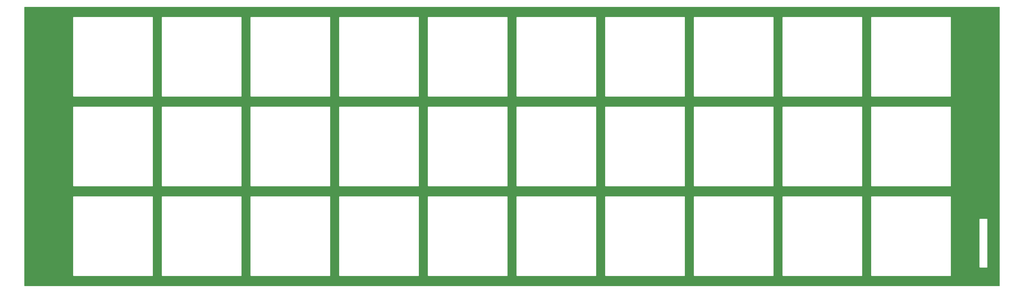
<source format=gtl>
G04 Layer: TopLayer*
G04 EasyEDA v6.5.34, 2023-08-21 18:11:39*
G04 81c3e6301e7a49a49ac37a2379715e3f,5a6b42c53f6a479593ecc07194224c93,10*
G04 Gerber Generator version 0.2*
G04 Scale: 100 percent, Rotated: No, Reflected: No *
G04 Dimensions in millimeters *
G04 leading zeros omitted , absolute positions ,4 integer and 5 decimal *
%FSLAX45Y45*%
%MOMM*%

%ADD10C,3.0000*%

%LPD*%
G36*
X2068068Y279908D02*
G01*
X2064156Y280670D01*
X2060854Y282905D01*
X2058670Y286156D01*
X2057907Y290068D01*
X2057907Y12917881D01*
X2058670Y12921792D01*
X2060854Y12925094D01*
X2064156Y12927279D01*
X2068068Y12928041D01*
X46191830Y12928041D01*
X46195742Y12927279D01*
X46199044Y12925094D01*
X46201228Y12921792D01*
X46201990Y12917881D01*
X46201990Y290068D01*
X46201228Y286156D01*
X46199044Y282905D01*
X46195742Y280670D01*
X46191830Y279908D01*
G37*

%LPC*%
G36*
X24359158Y8864092D02*
G01*
X27914041Y8864092D01*
X27920340Y8864803D01*
X27925826Y8866733D01*
X27930703Y8869781D01*
X27934818Y8873896D01*
X27937866Y8878773D01*
X27939796Y8884259D01*
X27940508Y8890558D01*
X27940508Y12445441D01*
X27939796Y12451740D01*
X27937866Y12457226D01*
X27934818Y12462103D01*
X27930703Y12466218D01*
X27925826Y12469266D01*
X27920340Y12471196D01*
X27914041Y12471908D01*
X24359158Y12471908D01*
X24352859Y12471196D01*
X24347373Y12469266D01*
X24342496Y12466218D01*
X24338381Y12462103D01*
X24335333Y12457226D01*
X24333403Y12451740D01*
X24332692Y12445441D01*
X24332692Y8890558D01*
X24333403Y8884259D01*
X24335333Y8878773D01*
X24338381Y8873896D01*
X24342496Y8869781D01*
X24347373Y8866733D01*
X24352859Y8864803D01*
G37*
G36*
X24359158Y736092D02*
G01*
X27914041Y736092D01*
X27920340Y736803D01*
X27925826Y738733D01*
X27930703Y741781D01*
X27934818Y745896D01*
X27937866Y750773D01*
X27939796Y756259D01*
X27940508Y762558D01*
X27940508Y4317441D01*
X27939796Y4323740D01*
X27937866Y4329226D01*
X27934818Y4334103D01*
X27930703Y4338218D01*
X27925826Y4341266D01*
X27920340Y4343196D01*
X27914041Y4343908D01*
X24359158Y4343908D01*
X24352859Y4343196D01*
X24347373Y4341266D01*
X24342496Y4338218D01*
X24338381Y4334103D01*
X24335333Y4329226D01*
X24333403Y4323740D01*
X24332692Y4317441D01*
X24332692Y762558D01*
X24333403Y756259D01*
X24335333Y750773D01*
X24338381Y745896D01*
X24342496Y741781D01*
X24347373Y738733D01*
X24352859Y736803D01*
G37*
G36*
X16332758Y736092D02*
G01*
X19887641Y736092D01*
X19893940Y736803D01*
X19899426Y738733D01*
X19904303Y741781D01*
X19908418Y745896D01*
X19911466Y750773D01*
X19913396Y756259D01*
X19914108Y762558D01*
X19914108Y4317441D01*
X19913396Y4323740D01*
X19911466Y4329226D01*
X19908418Y4334103D01*
X19904303Y4338218D01*
X19899426Y4341266D01*
X19893940Y4343196D01*
X19887641Y4343908D01*
X16332758Y4343908D01*
X16326459Y4343196D01*
X16320973Y4341266D01*
X16316096Y4338218D01*
X16311981Y4334103D01*
X16308933Y4329226D01*
X16307003Y4323740D01*
X16306292Y4317441D01*
X16306292Y762558D01*
X16307003Y756259D01*
X16308933Y750773D01*
X16311981Y745896D01*
X16316096Y741781D01*
X16320973Y738733D01*
X16326459Y736803D01*
G37*
G36*
X28372358Y736092D02*
G01*
X31927241Y736092D01*
X31933540Y736803D01*
X31939026Y738733D01*
X31943903Y741781D01*
X31948018Y745896D01*
X31951066Y750773D01*
X31952996Y756259D01*
X31953708Y762558D01*
X31953708Y4317441D01*
X31952996Y4323740D01*
X31951066Y4329226D01*
X31948018Y4334103D01*
X31943903Y4338218D01*
X31939026Y4341266D01*
X31933540Y4343196D01*
X31927241Y4343908D01*
X28372358Y4343908D01*
X28366059Y4343196D01*
X28360573Y4341266D01*
X28355696Y4338218D01*
X28351581Y4334103D01*
X28348533Y4329226D01*
X28346603Y4323740D01*
X28345892Y4317441D01*
X28345892Y762558D01*
X28346603Y756259D01*
X28348533Y750773D01*
X28351581Y745896D01*
X28355696Y741781D01*
X28360573Y738733D01*
X28366059Y736803D01*
G37*
G36*
X12319558Y736092D02*
G01*
X15874441Y736092D01*
X15880740Y736803D01*
X15886226Y738733D01*
X15891103Y741781D01*
X15895218Y745896D01*
X15898266Y750773D01*
X15900196Y756259D01*
X15900907Y762558D01*
X15900907Y4317441D01*
X15900196Y4323740D01*
X15898266Y4329226D01*
X15895218Y4334103D01*
X15891103Y4338218D01*
X15886226Y4341266D01*
X15880740Y4343196D01*
X15874441Y4343908D01*
X12319558Y4343908D01*
X12313259Y4343196D01*
X12307773Y4341266D01*
X12302896Y4338218D01*
X12298781Y4334103D01*
X12295733Y4329226D01*
X12293803Y4323740D01*
X12293092Y4317441D01*
X12293092Y762558D01*
X12293803Y756259D01*
X12295733Y750773D01*
X12298781Y745896D01*
X12302896Y741781D01*
X12307773Y738733D01*
X12313259Y736803D01*
G37*
G36*
X32385558Y736092D02*
G01*
X35940441Y736092D01*
X35946740Y736803D01*
X35952226Y738733D01*
X35957103Y741781D01*
X35961218Y745896D01*
X35964266Y750773D01*
X35966196Y756259D01*
X35966908Y762558D01*
X35966908Y4317441D01*
X35966196Y4323740D01*
X35964266Y4329226D01*
X35961218Y4334103D01*
X35957103Y4338218D01*
X35952226Y4341266D01*
X35946740Y4343196D01*
X35940441Y4343908D01*
X32385558Y4343908D01*
X32379259Y4343196D01*
X32373773Y4341266D01*
X32368896Y4338218D01*
X32364781Y4334103D01*
X32361733Y4329226D01*
X32359803Y4323740D01*
X32359092Y4317441D01*
X32359092Y762558D01*
X32359803Y756259D01*
X32361733Y750773D01*
X32364781Y745896D01*
X32368896Y741781D01*
X32373773Y738733D01*
X32379259Y736803D01*
G37*
G36*
X8306358Y736092D02*
G01*
X11861241Y736092D01*
X11867540Y736803D01*
X11873026Y738733D01*
X11877903Y741781D01*
X11882018Y745896D01*
X11885066Y750773D01*
X11886996Y756259D01*
X11887708Y762558D01*
X11887708Y4317441D01*
X11886996Y4323740D01*
X11885066Y4329226D01*
X11882018Y4334103D01*
X11877903Y4338218D01*
X11873026Y4341266D01*
X11867540Y4343196D01*
X11861241Y4343908D01*
X8306358Y4343908D01*
X8300059Y4343196D01*
X8294573Y4341266D01*
X8289696Y4338218D01*
X8285581Y4334103D01*
X8282533Y4329226D01*
X8280603Y4323740D01*
X8279892Y4317441D01*
X8279892Y762558D01*
X8280603Y756259D01*
X8282533Y750773D01*
X8285581Y745896D01*
X8289696Y741781D01*
X8294573Y738733D01*
X8300059Y736803D01*
G37*
G36*
X36398758Y736092D02*
G01*
X39953641Y736092D01*
X39959940Y736803D01*
X39965426Y738733D01*
X39970303Y741781D01*
X39974418Y745896D01*
X39977466Y750773D01*
X39979396Y756259D01*
X39980108Y762558D01*
X39980108Y4317441D01*
X39979396Y4323740D01*
X39977466Y4329226D01*
X39974418Y4334103D01*
X39970303Y4338218D01*
X39965426Y4341266D01*
X39959940Y4343196D01*
X39953641Y4343908D01*
X36398758Y4343908D01*
X36392459Y4343196D01*
X36386973Y4341266D01*
X36382096Y4338218D01*
X36377981Y4334103D01*
X36374933Y4329226D01*
X36373003Y4323740D01*
X36372292Y4317441D01*
X36372292Y762558D01*
X36373003Y756259D01*
X36374933Y750773D01*
X36377981Y745896D01*
X36382096Y741781D01*
X36386973Y738733D01*
X36392459Y736803D01*
G37*
G36*
X4293158Y736092D02*
G01*
X7848041Y736092D01*
X7854340Y736803D01*
X7859826Y738733D01*
X7864703Y741781D01*
X7868818Y745896D01*
X7871866Y750773D01*
X7873796Y756259D01*
X7874508Y762558D01*
X7874508Y4317441D01*
X7873796Y4323740D01*
X7871866Y4329226D01*
X7868818Y4334103D01*
X7864703Y4338218D01*
X7859826Y4341266D01*
X7854340Y4343196D01*
X7848041Y4343908D01*
X4293158Y4343908D01*
X4286859Y4343196D01*
X4281373Y4341266D01*
X4276496Y4338218D01*
X4272381Y4334103D01*
X4269333Y4329226D01*
X4267403Y4323740D01*
X4266692Y4317441D01*
X4266692Y762558D01*
X4267403Y756259D01*
X4269333Y750773D01*
X4272381Y745896D01*
X4276496Y741781D01*
X4281373Y738733D01*
X4286859Y736803D01*
G37*
G36*
X40411958Y736092D02*
G01*
X43966841Y736092D01*
X43973140Y736803D01*
X43978626Y738733D01*
X43983503Y741781D01*
X43987618Y745896D01*
X43990666Y750773D01*
X43992596Y756259D01*
X43993308Y762558D01*
X43993308Y4317441D01*
X43992596Y4323740D01*
X43990666Y4329226D01*
X43987618Y4334103D01*
X43983503Y4338218D01*
X43978626Y4341266D01*
X43973140Y4343196D01*
X43966841Y4343908D01*
X40411958Y4343908D01*
X40405659Y4343196D01*
X40400173Y4341266D01*
X40395296Y4338218D01*
X40391181Y4334103D01*
X40388133Y4329226D01*
X40386203Y4323740D01*
X40385492Y4317441D01*
X40385492Y762558D01*
X40386203Y756259D01*
X40388133Y750773D01*
X40391181Y745896D01*
X40395296Y741781D01*
X40400173Y738733D01*
X40405659Y736803D01*
G37*
G36*
X45314158Y1117092D02*
G01*
X45617841Y1117092D01*
X45624140Y1117803D01*
X45629626Y1119733D01*
X45634503Y1122781D01*
X45638618Y1126896D01*
X45641666Y1131773D01*
X45643596Y1137259D01*
X45644308Y1143558D01*
X45644308Y3301441D01*
X45643596Y3307740D01*
X45641666Y3313226D01*
X45638618Y3318103D01*
X45634503Y3322218D01*
X45629626Y3325266D01*
X45624140Y3327196D01*
X45617841Y3327908D01*
X45314158Y3327908D01*
X45307859Y3327196D01*
X45302373Y3325266D01*
X45297496Y3322218D01*
X45293381Y3318103D01*
X45290333Y3313226D01*
X45288403Y3307740D01*
X45287692Y3301441D01*
X45287692Y1143558D01*
X45288403Y1137259D01*
X45290333Y1131773D01*
X45293381Y1126896D01*
X45297496Y1122781D01*
X45302373Y1119733D01*
X45307859Y1117803D01*
G37*
G36*
X20345958Y4800092D02*
G01*
X23900841Y4800092D01*
X23907140Y4800803D01*
X23912626Y4802733D01*
X23917503Y4805781D01*
X23921618Y4809896D01*
X23924666Y4814773D01*
X23926596Y4820259D01*
X23927308Y4826558D01*
X23927308Y8381441D01*
X23926596Y8387740D01*
X23924666Y8393226D01*
X23921618Y8398103D01*
X23917503Y8402218D01*
X23912626Y8405266D01*
X23907140Y8407196D01*
X23900841Y8407908D01*
X20345958Y8407908D01*
X20339659Y8407196D01*
X20334173Y8405266D01*
X20329296Y8402218D01*
X20325181Y8398103D01*
X20322133Y8393226D01*
X20320203Y8387740D01*
X20319492Y8381441D01*
X20319492Y4826558D01*
X20320203Y4820259D01*
X20322133Y4814773D01*
X20325181Y4809896D01*
X20329296Y4805781D01*
X20334173Y4802733D01*
X20339659Y4800803D01*
G37*
G36*
X24359158Y4800092D02*
G01*
X27914041Y4800092D01*
X27920340Y4800803D01*
X27925826Y4802733D01*
X27930703Y4805781D01*
X27934818Y4809896D01*
X27937866Y4814773D01*
X27939796Y4820259D01*
X27940508Y4826558D01*
X27940508Y8381441D01*
X27939796Y8387740D01*
X27937866Y8393226D01*
X27934818Y8398103D01*
X27930703Y8402218D01*
X27925826Y8405266D01*
X27920340Y8407196D01*
X27914041Y8407908D01*
X24359158Y8407908D01*
X24352859Y8407196D01*
X24347373Y8405266D01*
X24342496Y8402218D01*
X24338381Y8398103D01*
X24335333Y8393226D01*
X24333403Y8387740D01*
X24332692Y8381441D01*
X24332692Y4826558D01*
X24333403Y4820259D01*
X24335333Y4814773D01*
X24338381Y4809896D01*
X24342496Y4805781D01*
X24347373Y4802733D01*
X24352859Y4800803D01*
G37*
G36*
X16332758Y4800092D02*
G01*
X19887641Y4800092D01*
X19893940Y4800803D01*
X19899426Y4802733D01*
X19904303Y4805781D01*
X19908418Y4809896D01*
X19911466Y4814773D01*
X19913396Y4820259D01*
X19914108Y4826558D01*
X19914108Y8381441D01*
X19913396Y8387740D01*
X19911466Y8393226D01*
X19908418Y8398103D01*
X19904303Y8402218D01*
X19899426Y8405266D01*
X19893940Y8407196D01*
X19887641Y8407908D01*
X16332758Y8407908D01*
X16326459Y8407196D01*
X16320973Y8405266D01*
X16316096Y8402218D01*
X16311981Y8398103D01*
X16308933Y8393226D01*
X16307003Y8387740D01*
X16306292Y8381441D01*
X16306292Y4826558D01*
X16307003Y4820259D01*
X16308933Y4814773D01*
X16311981Y4809896D01*
X16316096Y4805781D01*
X16320973Y4802733D01*
X16326459Y4800803D01*
G37*
G36*
X28372358Y4800092D02*
G01*
X31927241Y4800092D01*
X31933540Y4800803D01*
X31939026Y4802733D01*
X31943903Y4805781D01*
X31948018Y4809896D01*
X31951066Y4814773D01*
X31952996Y4820259D01*
X31953708Y4826558D01*
X31953708Y8381441D01*
X31952996Y8387740D01*
X31951066Y8393226D01*
X31948018Y8398103D01*
X31943903Y8402218D01*
X31939026Y8405266D01*
X31933540Y8407196D01*
X31927241Y8407908D01*
X28372358Y8407908D01*
X28366059Y8407196D01*
X28360573Y8405266D01*
X28355696Y8402218D01*
X28351581Y8398103D01*
X28348533Y8393226D01*
X28346603Y8387740D01*
X28345892Y8381441D01*
X28345892Y4826558D01*
X28346603Y4820259D01*
X28348533Y4814773D01*
X28351581Y4809896D01*
X28355696Y4805781D01*
X28360573Y4802733D01*
X28366059Y4800803D01*
G37*
G36*
X20345958Y736092D02*
G01*
X23900841Y736092D01*
X23907140Y736803D01*
X23912626Y738733D01*
X23917503Y741781D01*
X23921618Y745896D01*
X23924666Y750773D01*
X23926596Y756259D01*
X23927308Y762558D01*
X23927308Y4317441D01*
X23926596Y4323740D01*
X23924666Y4329226D01*
X23921618Y4334103D01*
X23917503Y4338218D01*
X23912626Y4341266D01*
X23907140Y4343196D01*
X23900841Y4343908D01*
X20345958Y4343908D01*
X20339659Y4343196D01*
X20334173Y4341266D01*
X20329296Y4338218D01*
X20325181Y4334103D01*
X20322133Y4329226D01*
X20320203Y4323740D01*
X20319492Y4317441D01*
X20319492Y762558D01*
X20320203Y756259D01*
X20322133Y750773D01*
X20325181Y745896D01*
X20329296Y741781D01*
X20334173Y738733D01*
X20339659Y736803D01*
G37*
G36*
X32385558Y4800092D02*
G01*
X35940441Y4800092D01*
X35946740Y4800803D01*
X35952226Y4802733D01*
X35957103Y4805781D01*
X35961218Y4809896D01*
X35964266Y4814773D01*
X35966196Y4820259D01*
X35966908Y4826558D01*
X35966908Y8381441D01*
X35966196Y8387740D01*
X35964266Y8393226D01*
X35961218Y8398103D01*
X35957103Y8402218D01*
X35952226Y8405266D01*
X35946740Y8407196D01*
X35940441Y8407908D01*
X32385558Y8407908D01*
X32379259Y8407196D01*
X32373773Y8405266D01*
X32368896Y8402218D01*
X32364781Y8398103D01*
X32361733Y8393226D01*
X32359803Y8387740D01*
X32359092Y8381441D01*
X32359092Y4826558D01*
X32359803Y4820259D01*
X32361733Y4814773D01*
X32364781Y4809896D01*
X32368896Y4805781D01*
X32373773Y4802733D01*
X32379259Y4800803D01*
G37*
G36*
X8306358Y4800092D02*
G01*
X11861241Y4800092D01*
X11867540Y4800803D01*
X11873026Y4802733D01*
X11877903Y4805781D01*
X11882018Y4809896D01*
X11885066Y4814773D01*
X11886996Y4820259D01*
X11887708Y4826558D01*
X11887708Y8381441D01*
X11886996Y8387740D01*
X11885066Y8393226D01*
X11882018Y8398103D01*
X11877903Y8402218D01*
X11873026Y8405266D01*
X11867540Y8407196D01*
X11861241Y8407908D01*
X8306358Y8407908D01*
X8300059Y8407196D01*
X8294573Y8405266D01*
X8289696Y8402218D01*
X8285581Y8398103D01*
X8282533Y8393226D01*
X8280603Y8387740D01*
X8279892Y8381441D01*
X8279892Y4826558D01*
X8280603Y4820259D01*
X8282533Y4814773D01*
X8285581Y4809896D01*
X8289696Y4805781D01*
X8294573Y4802733D01*
X8300059Y4800803D01*
G37*
G36*
X36398758Y4800092D02*
G01*
X39953641Y4800092D01*
X39959940Y4800803D01*
X39965426Y4802733D01*
X39970303Y4805781D01*
X39974418Y4809896D01*
X39977466Y4814773D01*
X39979396Y4820259D01*
X39980108Y4826558D01*
X39980108Y8381441D01*
X39979396Y8387740D01*
X39977466Y8393226D01*
X39974418Y8398103D01*
X39970303Y8402218D01*
X39965426Y8405266D01*
X39959940Y8407196D01*
X39953641Y8407908D01*
X36398758Y8407908D01*
X36392459Y8407196D01*
X36386973Y8405266D01*
X36382096Y8402218D01*
X36377981Y8398103D01*
X36374933Y8393226D01*
X36373003Y8387740D01*
X36372292Y8381441D01*
X36372292Y4826558D01*
X36373003Y4820259D01*
X36374933Y4814773D01*
X36377981Y4809896D01*
X36382096Y4805781D01*
X36386973Y4802733D01*
X36392459Y4800803D01*
G37*
G36*
X4293158Y4800092D02*
G01*
X7848041Y4800092D01*
X7854340Y4800803D01*
X7859826Y4802733D01*
X7864703Y4805781D01*
X7868818Y4809896D01*
X7871866Y4814773D01*
X7873796Y4820259D01*
X7874508Y4826558D01*
X7874508Y8381441D01*
X7873796Y8387740D01*
X7871866Y8393226D01*
X7868818Y8398103D01*
X7864703Y8402218D01*
X7859826Y8405266D01*
X7854340Y8407196D01*
X7848041Y8407908D01*
X4293158Y8407908D01*
X4286859Y8407196D01*
X4281373Y8405266D01*
X4276496Y8402218D01*
X4272381Y8398103D01*
X4269333Y8393226D01*
X4267403Y8387740D01*
X4266692Y8381441D01*
X4266692Y4826558D01*
X4267403Y4820259D01*
X4269333Y4814773D01*
X4272381Y4809896D01*
X4276496Y4805781D01*
X4281373Y4802733D01*
X4286859Y4800803D01*
G37*
G36*
X40411958Y4800092D02*
G01*
X43966841Y4800092D01*
X43973140Y4800803D01*
X43978626Y4802733D01*
X43983503Y4805781D01*
X43987618Y4809896D01*
X43990666Y4814773D01*
X43992596Y4820259D01*
X43993308Y4826558D01*
X43993308Y8381441D01*
X43992596Y8387740D01*
X43990666Y8393226D01*
X43987618Y8398103D01*
X43983503Y8402218D01*
X43978626Y8405266D01*
X43973140Y8407196D01*
X43966841Y8407908D01*
X40411958Y8407908D01*
X40405659Y8407196D01*
X40400173Y8405266D01*
X40395296Y8402218D01*
X40391181Y8398103D01*
X40388133Y8393226D01*
X40386203Y8387740D01*
X40385492Y8381441D01*
X40385492Y4826558D01*
X40386203Y4820259D01*
X40388133Y4814773D01*
X40391181Y4809896D01*
X40395296Y4805781D01*
X40400173Y4802733D01*
X40405659Y4800803D01*
G37*
G36*
X20345958Y8864092D02*
G01*
X23900841Y8864092D01*
X23907140Y8864803D01*
X23912626Y8866733D01*
X23917503Y8869781D01*
X23921618Y8873896D01*
X23924666Y8878773D01*
X23926596Y8884259D01*
X23927308Y8890558D01*
X23927308Y12445441D01*
X23926596Y12451740D01*
X23924666Y12457226D01*
X23921618Y12462103D01*
X23917503Y12466218D01*
X23912626Y12469266D01*
X23907140Y12471196D01*
X23900841Y12471908D01*
X20345958Y12471908D01*
X20339659Y12471196D01*
X20334173Y12469266D01*
X20329296Y12466218D01*
X20325181Y12462103D01*
X20322133Y12457226D01*
X20320203Y12451740D01*
X20319492Y12445441D01*
X20319492Y8890558D01*
X20320203Y8884259D01*
X20322133Y8878773D01*
X20325181Y8873896D01*
X20329296Y8869781D01*
X20334173Y8866733D01*
X20339659Y8864803D01*
G37*
G36*
X28372358Y8864092D02*
G01*
X31927241Y8864092D01*
X31933540Y8864803D01*
X31939026Y8866733D01*
X31943903Y8869781D01*
X31948018Y8873896D01*
X31951066Y8878773D01*
X31952996Y8884259D01*
X31953708Y8890558D01*
X31953708Y12445441D01*
X31952996Y12451740D01*
X31951066Y12457226D01*
X31948018Y12462103D01*
X31943903Y12466218D01*
X31939026Y12469266D01*
X31933540Y12471196D01*
X31927241Y12471908D01*
X28372358Y12471908D01*
X28366059Y12471196D01*
X28360573Y12469266D01*
X28355696Y12466218D01*
X28351581Y12462103D01*
X28348533Y12457226D01*
X28346603Y12451740D01*
X28345892Y12445441D01*
X28345892Y8890558D01*
X28346603Y8884259D01*
X28348533Y8878773D01*
X28351581Y8873896D01*
X28355696Y8869781D01*
X28360573Y8866733D01*
X28366059Y8864803D01*
G37*
G36*
X16332758Y8864092D02*
G01*
X19887641Y8864092D01*
X19893940Y8864803D01*
X19899426Y8866733D01*
X19904303Y8869781D01*
X19908418Y8873896D01*
X19911466Y8878773D01*
X19913396Y8884259D01*
X19914108Y8890558D01*
X19914108Y12445441D01*
X19913396Y12451740D01*
X19911466Y12457226D01*
X19908418Y12462103D01*
X19904303Y12466218D01*
X19899426Y12469266D01*
X19893940Y12471196D01*
X19887641Y12471908D01*
X16332758Y12471908D01*
X16326459Y12471196D01*
X16320973Y12469266D01*
X16316096Y12466218D01*
X16311981Y12462103D01*
X16308933Y12457226D01*
X16307003Y12451740D01*
X16306292Y12445441D01*
X16306292Y8890558D01*
X16307003Y8884259D01*
X16308933Y8878773D01*
X16311981Y8873896D01*
X16316096Y8869781D01*
X16320973Y8866733D01*
X16326459Y8864803D01*
G37*
G36*
X32385558Y8864092D02*
G01*
X35940441Y8864092D01*
X35946740Y8864803D01*
X35952226Y8866733D01*
X35957103Y8869781D01*
X35961218Y8873896D01*
X35964266Y8878773D01*
X35966196Y8884259D01*
X35966908Y8890558D01*
X35966908Y12445441D01*
X35966196Y12451740D01*
X35964266Y12457226D01*
X35961218Y12462103D01*
X35957103Y12466218D01*
X35952226Y12469266D01*
X35946740Y12471196D01*
X35940441Y12471908D01*
X32385558Y12471908D01*
X32379259Y12471196D01*
X32373773Y12469266D01*
X32368896Y12466218D01*
X32364781Y12462103D01*
X32361733Y12457226D01*
X32359803Y12451740D01*
X32359092Y12445441D01*
X32359092Y8890558D01*
X32359803Y8884259D01*
X32361733Y8878773D01*
X32364781Y8873896D01*
X32368896Y8869781D01*
X32373773Y8866733D01*
X32379259Y8864803D01*
G37*
G36*
X12319558Y8864092D02*
G01*
X15874441Y8864092D01*
X15880740Y8864803D01*
X15886226Y8866733D01*
X15891103Y8869781D01*
X15895218Y8873896D01*
X15898266Y8878773D01*
X15900196Y8884259D01*
X15900907Y8890558D01*
X15900907Y12445441D01*
X15900196Y12451740D01*
X15898266Y12457226D01*
X15895218Y12462103D01*
X15891103Y12466218D01*
X15886226Y12469266D01*
X15880740Y12471196D01*
X15874441Y12471908D01*
X12319558Y12471908D01*
X12313259Y12471196D01*
X12307773Y12469266D01*
X12302896Y12466218D01*
X12298781Y12462103D01*
X12295733Y12457226D01*
X12293803Y12451740D01*
X12293092Y12445441D01*
X12293092Y8890558D01*
X12293803Y8884259D01*
X12295733Y8878773D01*
X12298781Y8873896D01*
X12302896Y8869781D01*
X12307773Y8866733D01*
X12313259Y8864803D01*
G37*
G36*
X36398758Y8864092D02*
G01*
X39953641Y8864092D01*
X39959940Y8864803D01*
X39965426Y8866733D01*
X39970303Y8869781D01*
X39974418Y8873896D01*
X39977466Y8878773D01*
X39979396Y8884259D01*
X39980108Y8890558D01*
X39980108Y12445441D01*
X39979396Y12451740D01*
X39977466Y12457226D01*
X39974418Y12462103D01*
X39970303Y12466218D01*
X39965426Y12469266D01*
X39959940Y12471196D01*
X39953641Y12471908D01*
X36398758Y12471908D01*
X36392459Y12471196D01*
X36386973Y12469266D01*
X36382096Y12466218D01*
X36377981Y12462103D01*
X36374933Y12457226D01*
X36373003Y12451740D01*
X36372292Y12445441D01*
X36372292Y8890558D01*
X36373003Y8884259D01*
X36374933Y8878773D01*
X36377981Y8873896D01*
X36382096Y8869781D01*
X36386973Y8866733D01*
X36392459Y8864803D01*
G37*
G36*
X8306358Y8864092D02*
G01*
X11861241Y8864092D01*
X11867540Y8864803D01*
X11873026Y8866733D01*
X11877903Y8869781D01*
X11882018Y8873896D01*
X11885066Y8878773D01*
X11886996Y8884259D01*
X11887708Y8890558D01*
X11887708Y12445441D01*
X11886996Y12451740D01*
X11885066Y12457226D01*
X11882018Y12462103D01*
X11877903Y12466218D01*
X11873026Y12469266D01*
X11867540Y12471196D01*
X11861241Y12471908D01*
X8306358Y12471908D01*
X8300059Y12471196D01*
X8294573Y12469266D01*
X8289696Y12466218D01*
X8285581Y12462103D01*
X8282533Y12457226D01*
X8280603Y12451740D01*
X8279892Y12445441D01*
X8279892Y8890558D01*
X8280603Y8884259D01*
X8282533Y8878773D01*
X8285581Y8873896D01*
X8289696Y8869781D01*
X8294573Y8866733D01*
X8300059Y8864803D01*
G37*
G36*
X40411958Y8864092D02*
G01*
X43966841Y8864092D01*
X43973140Y8864803D01*
X43978626Y8866733D01*
X43983503Y8869781D01*
X43987618Y8873896D01*
X43990666Y8878773D01*
X43992596Y8884259D01*
X43993308Y8890558D01*
X43993308Y12445441D01*
X43992596Y12451740D01*
X43990666Y12457226D01*
X43987618Y12462103D01*
X43983503Y12466218D01*
X43978626Y12469266D01*
X43973140Y12471196D01*
X43966841Y12471908D01*
X40411958Y12471908D01*
X40405659Y12471196D01*
X40400173Y12469266D01*
X40395296Y12466218D01*
X40391181Y12462103D01*
X40388133Y12457226D01*
X40386203Y12451740D01*
X40385492Y12445441D01*
X40385492Y8890558D01*
X40386203Y8884259D01*
X40388133Y8878773D01*
X40391181Y8873896D01*
X40395296Y8869781D01*
X40400173Y8866733D01*
X40405659Y8864803D01*
G37*
G36*
X4293158Y8864092D02*
G01*
X7848041Y8864092D01*
X7854340Y8864803D01*
X7859826Y8866733D01*
X7864703Y8869781D01*
X7868818Y8873896D01*
X7871866Y8878773D01*
X7873796Y8884259D01*
X7874508Y8890558D01*
X7874508Y12445441D01*
X7873796Y12451740D01*
X7871866Y12457226D01*
X7868818Y12462103D01*
X7864703Y12466218D01*
X7859826Y12469266D01*
X7854340Y12471196D01*
X7848041Y12471908D01*
X4293158Y12471908D01*
X4286859Y12471196D01*
X4281373Y12469266D01*
X4276496Y12466218D01*
X4272381Y12462103D01*
X4269333Y12457226D01*
X4267403Y12451740D01*
X4266692Y12445441D01*
X4266692Y8890558D01*
X4267403Y8884259D01*
X4269333Y8878773D01*
X4272381Y8873896D01*
X4276496Y8869781D01*
X4281373Y8866733D01*
X4286859Y8864803D01*
G37*
G36*
X12319558Y4800092D02*
G01*
X15874441Y4800092D01*
X15880740Y4800803D01*
X15886226Y4802733D01*
X15891103Y4805781D01*
X15895218Y4809896D01*
X15898266Y4814773D01*
X15900196Y4820259D01*
X15900907Y4826558D01*
X15900907Y8381441D01*
X15900196Y8387740D01*
X15898266Y8393226D01*
X15895218Y8398103D01*
X15891103Y8402218D01*
X15886226Y8405266D01*
X15880740Y8407196D01*
X15874441Y8407908D01*
X12319558Y8407908D01*
X12313259Y8407196D01*
X12307773Y8405266D01*
X12302896Y8402218D01*
X12298781Y8398103D01*
X12295733Y8393226D01*
X12293803Y8387740D01*
X12293092Y8381441D01*
X12293092Y4826558D01*
X12293803Y4820259D01*
X12295733Y4814773D01*
X12298781Y4809896D01*
X12302896Y4805781D01*
X12307773Y4802733D01*
X12313259Y4800803D01*
G37*

%LPD*%
D10*
G01*
X2794000Y635000D03*
G01*
X2794000Y12573000D03*
G01*
X2794000Y6604000D03*
G01*
X45466000Y635000D03*
G01*
X45466000Y6604000D03*
G01*
X45466000Y12573000D03*
G01*
X24130000Y635000D03*
G01*
X24130000Y6604000D03*
G01*
X24130000Y12573000D03*
G01*
X2793994Y3809997D03*
G01*
X45466000Y3810000D03*
G01*
X45466000Y9398002D03*
G01*
X2794000Y9398000D03*
M02*

</source>
